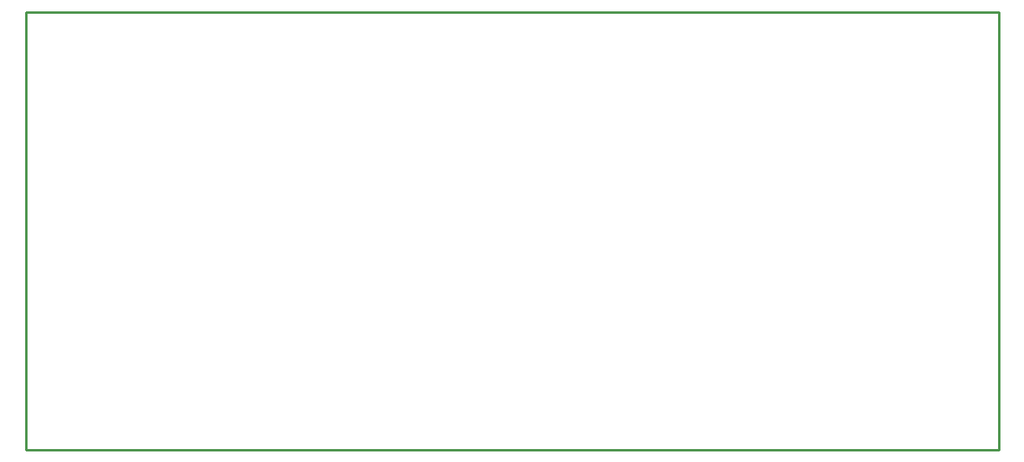
<source format=gko>
G04 Layer: BoardOutline*
G04 EasyEDA v6.4.25, 2022-01-05T11:28:27--8:00*
G04 5b7509a3f8b64266bac100f98fe07f5d,73dcd3fe52254aa693cf92493c1ebcf7,10*
G04 Gerber Generator version 0.2*
G04 Scale: 100 percent, Rotated: No, Reflected: No *
G04 Dimensions in inches *
G04 leading zeros omitted , absolute positions ,3 integer and 6 decimal *
%FSLAX36Y36*%
%MOIN*%

%ADD10C,0.0100*%
D10*
X0Y1800000D02*
G01*
X3210000Y1800000D01*
X4000000Y1800000D01*
X4000000Y0D01*
X0Y0D01*
X0Y1800000D01*

%LPD*%
M02*

</source>
